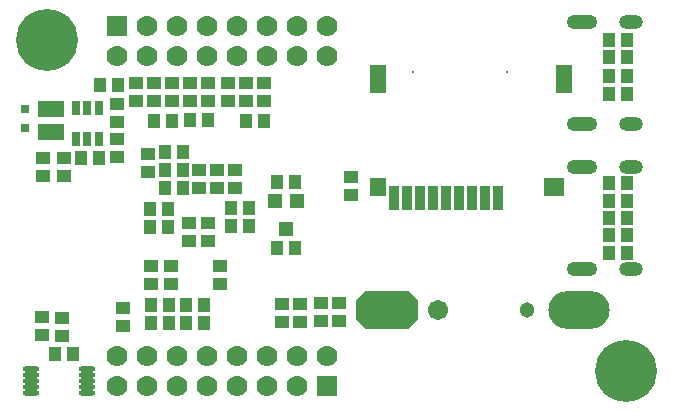
<source format=gbs>
G04*
G04 #@! TF.GenerationSoftware,Altium Limited,Altium Designer,22.7.1 (60)*
G04*
G04 Layer_Color=16711935*
%FSLAX44Y44*%
%MOMM*%
G71*
G04*
G04 #@! TF.SameCoordinates,186F2EC3-0C17-4490-BAB8-18F5E94287E0*
G04*
G04*
G04 #@! TF.FilePolarity,Negative*
G04*
G01*
G75*
%ADD69R,1.0032X1.2032*%
%ADD70R,1.2032X1.0032*%
%ADD71R,2.3032X1.4032*%
%ADD92C,0.2032*%
%ADD93C,1.7032*%
%ADD94C,1.3032*%
%ADD95O,2.6032X1.2032*%
%ADD96O,2.0032X1.2032*%
%ADD97C,5.2540*%
%ADD98R,1.7780X1.7780*%
%ADD99C,1.7780*%
%ADD126R,1.8032X1.6032*%
%ADD127R,0.9032X2.0032*%
%ADD128R,1.4032X1.6032*%
%ADD129R,1.4032X2.4032*%
G04:AMPARAMS|DCode=130|XSize=5.2032mm|YSize=3.2032mm|CornerRadius=0mm|HoleSize=0mm|Usage=FLASHONLY|Rotation=0.000|XOffset=0mm|YOffset=0mm|HoleType=Round|Shape=Octagon|*
%AMOCTAGOND130*
4,1,8,2.6016,-0.8008,2.6016,0.8008,1.8008,1.6016,-1.8008,1.6016,-2.6016,0.8008,-2.6016,-0.8008,-1.8008,-1.6016,1.8008,-1.6016,2.6016,-0.8008,0.0*
%
%ADD130OCTAGOND130*%

%ADD131O,5.2032X3.2032*%
%ADD132R,1.1532X1.1532*%
%ADD133R,0.7532X1.2032*%
%ADD134O,1.4032X0.5032*%
%ADD135R,0.7032X0.7532*%
G54D69*
X520700Y-29210D02*
D03*
X505460D02*
D03*
X520700Y-74930D02*
D03*
X505460D02*
D03*
X520700Y-195072D02*
D03*
X505460D02*
D03*
X520700Y-209842D02*
D03*
X505460D02*
D03*
X162560Y-269240D02*
D03*
X147320D02*
D03*
X520700Y-150876D02*
D03*
X505460D02*
D03*
X520700Y-44412D02*
D03*
X505460D02*
D03*
X520700Y-59690D02*
D03*
X505460D02*
D03*
X198120Y-97790D02*
D03*
X213360D02*
D03*
X144780Y-124498D02*
D03*
X129540D02*
D03*
X240030Y-149860D02*
D03*
X224790D02*
D03*
Y-205702D02*
D03*
X240030D02*
D03*
X90170Y-67310D02*
D03*
X74930D02*
D03*
X58420Y-129540D02*
D03*
X73660D02*
D03*
X118110Y-269240D02*
D03*
X133350D02*
D03*
X120650Y-97790D02*
D03*
X135890D02*
D03*
X151130Y-97752D02*
D03*
X166370D02*
D03*
X129540Y-139662D02*
D03*
X144780D02*
D03*
X129540Y-154940D02*
D03*
X144780D02*
D03*
X116840Y-172720D02*
D03*
X132080D02*
D03*
X116840Y-187960D02*
D03*
X132080D02*
D03*
X200660Y-171488D02*
D03*
X185420D02*
D03*
X200660Y-186690D02*
D03*
X185420D02*
D03*
X147320Y-254038D02*
D03*
X162560D02*
D03*
X118110D02*
D03*
X133350D02*
D03*
X37084Y-295148D02*
D03*
X52324D02*
D03*
X505460Y-165608D02*
D03*
X520700D02*
D03*
X505460Y-180340D02*
D03*
X520700D02*
D03*
G54D70*
X261620Y-267780D02*
D03*
Y-252540D02*
D03*
X276860Y-267780D02*
D03*
Y-252540D02*
D03*
X228600Y-267970D02*
D03*
Y-252730D02*
D03*
X243840Y-267970D02*
D03*
Y-252730D02*
D03*
X42964Y-279908D02*
D03*
Y-264668D02*
D03*
X25870Y-264414D02*
D03*
Y-279654D02*
D03*
X115570Y-125730D02*
D03*
Y-140970D02*
D03*
X88900Y-113030D02*
D03*
Y-128270D02*
D03*
X213398Y-81280D02*
D03*
Y-66040D02*
D03*
X287020Y-145542D02*
D03*
Y-160782D02*
D03*
X198120Y-81280D02*
D03*
Y-66040D02*
D03*
X182880Y-81280D02*
D03*
Y-66040D02*
D03*
X166332Y-81280D02*
D03*
Y-66040D02*
D03*
X151130D02*
D03*
Y-81280D02*
D03*
X135852D02*
D03*
Y-66040D02*
D03*
X120688D02*
D03*
Y-81280D02*
D03*
X105410Y-66040D02*
D03*
Y-81280D02*
D03*
X88862Y-83820D02*
D03*
Y-99060D02*
D03*
X26670Y-129540D02*
D03*
Y-144780D02*
D03*
X44488D02*
D03*
Y-129540D02*
D03*
X189268Y-139700D02*
D03*
Y-154940D02*
D03*
X174028Y-139700D02*
D03*
Y-154940D02*
D03*
X158788Y-139700D02*
D03*
Y-154940D02*
D03*
X149860Y-199390D02*
D03*
Y-184150D02*
D03*
X166370Y-199390D02*
D03*
Y-184150D02*
D03*
X118148Y-220980D02*
D03*
Y-236220D02*
D03*
X134620Y-220980D02*
D03*
Y-236220D02*
D03*
X176530Y-220980D02*
D03*
Y-236220D02*
D03*
X93980Y-256540D02*
D03*
Y-271780D02*
D03*
G54D71*
X33020Y-107890D02*
D03*
Y-87690D02*
D03*
G54D92*
X419454Y-56944D02*
D03*
X339454Y-56944D02*
D03*
G54D93*
X361188Y-257810D02*
D03*
G54D94*
X436188D02*
D03*
G54D95*
X482860Y-223550D02*
D03*
Y-137150D02*
D03*
Y-100550D02*
D03*
Y-14150D02*
D03*
G54D96*
X524660Y-223550D02*
D03*
Y-137150D02*
D03*
Y-100550D02*
D03*
Y-14150D02*
D03*
G54D97*
X30000Y-30000D02*
D03*
X520000Y-310000D02*
D03*
G54D98*
X88900Y-17780D02*
D03*
X266700Y-322580D02*
D03*
G54D99*
X88900Y-43180D02*
D03*
X114300Y-17780D02*
D03*
Y-43180D02*
D03*
X139700Y-17780D02*
D03*
X139700Y-43180D02*
D03*
X165100Y-17780D02*
D03*
Y-43180D02*
D03*
X190500Y-17780D02*
D03*
Y-43180D02*
D03*
X215900Y-17780D02*
D03*
Y-43180D02*
D03*
X241300Y-17780D02*
D03*
Y-43180D02*
D03*
X266700Y-17780D02*
D03*
X266700Y-43180D02*
D03*
X88900Y-297180D02*
D03*
X88900Y-322580D02*
D03*
X114300Y-297180D02*
D03*
Y-322580D02*
D03*
X139700Y-297180D02*
D03*
Y-322580D02*
D03*
X165100Y-297180D02*
D03*
Y-322580D02*
D03*
X190500Y-297180D02*
D03*
Y-322580D02*
D03*
X215900Y-297180D02*
D03*
X215900Y-322580D02*
D03*
X241300Y-297180D02*
D03*
Y-322580D02*
D03*
X266700Y-297180D02*
D03*
G54D126*
X458954Y-154444D02*
D03*
G54D127*
X323454Y-163194D02*
D03*
X334454Y-163194D02*
D03*
X345454Y-163194D02*
D03*
X367454Y-163194D02*
D03*
X389454Y-163194D02*
D03*
X400454Y-163194D02*
D03*
X411454Y-163194D02*
D03*
X356454Y-163194D02*
D03*
X378454D02*
D03*
G54D128*
X309954Y-154444D02*
D03*
G54D129*
Y-62944D02*
D03*
X467954D02*
D03*
G54D130*
X317408Y-257810D02*
D03*
G54D131*
X479968D02*
D03*
G54D132*
X232410Y-189550D02*
D03*
X241910Y-166050D02*
D03*
X222910Y-166050D02*
D03*
G54D133*
X54660Y-113030D02*
D03*
X64160Y-113030D02*
D03*
X73660Y-113030D02*
D03*
Y-87030D02*
D03*
X64160Y-87030D02*
D03*
X54660Y-87030D02*
D03*
G54D134*
X63632Y-308516D02*
D03*
X16632D02*
D03*
X63632Y-328516D02*
D03*
Y-323516D02*
D03*
Y-318516D02*
D03*
X63632Y-313516D02*
D03*
X16632Y-313516D02*
D03*
Y-318516D02*
D03*
Y-323516D02*
D03*
Y-328516D02*
D03*
G54D135*
X11430Y-104140D02*
D03*
Y-88140D02*
D03*
M02*

</source>
